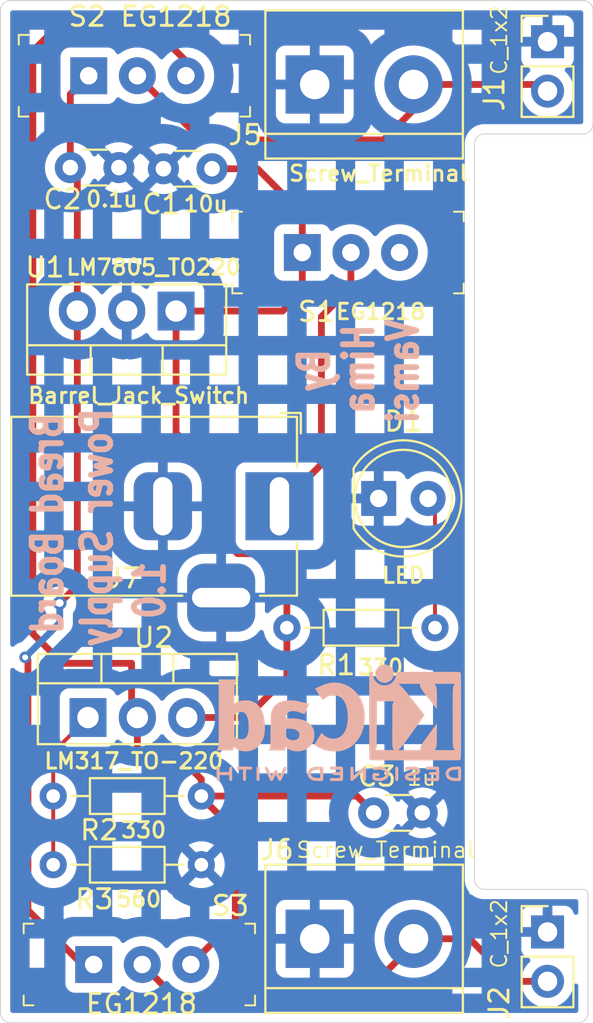
<source format=kicad_pcb>
(kicad_pcb (version 20240108) (generator "pcbnew") (generator_version "8.0")
  (layers (0 "F.Cu" signal) (31 "B.Cu" signal) (34 "B.Paste" user) (35 "F.Paste" user) (36 "B.SilkS" user "B.Silkscreen") (37 "F.SilkS" user "F.Silkscreen") (38 "B.Mask" user) (39 "F.Mask" user) (44 "Edge.Cuts" user))
  (net 0 "")
  (net 1 "GND")
  (net 2 "/12V")
  (net 3 "/5V")
  (net 4 "/3.3V")
  (net 5 "Net-(D1-A)")
  (net 6 "/Power_Op_Top")
  (net 7 "/Power_ip")
  (net 8 "Net-(U2-ADJ)")
  (net 10 "/Power_Op_Bottom")
  (footprint "digikey-footprints:Switch_Slide_11.6x4mm_EG1218" (layer "F.Cu") (at 143.844 124.206)
    (property "Reference" "S3" (at 7.032 -3.02 0) (layer "F.SilkS"))
    (property "Value" "EG1218" (at 2.46 2.032 0) (layer "F.SilkS"))
    (pad "1" thru_hole rect (at 0 0) (size 1.9 1.9) (drill 0.9) (layers "*.Cu" "*.Mask") (net 3 "/5V"))
    (pad "2" thru_hole circle (at 2.5 0) (size 1.9 1.9) (drill 0.9) (layers "*.Cu" "*.Mask") (net 10 "/Power_Op_Bottom"))
    (pad "3" thru_hole circle (at 5 0) (size 1.9 1.9) (drill 0.9) (layers "*.Cu" "*.Mask") (net 4 "/3.3V"))
  )
  (footprint "LED_THT:LED_D5.0mm" (layer "F.Cu") (at 158.507 100.23)
    (property "Reference" "D1" (at 1.27 -3.96 0) (layer "F.SilkS"))
    (property "Value" "LED" (at 1.27 3.96 0) (layer "F.SilkS") (effects (font (size 0.8 0.8))))
    (pad "1" thru_hole rect (at 0 0) (size 1.8 1.8) (drill 0.9) (layers "*.Cu" "*.Mask") (net 1 "GND"))
    (pad "2" thru_hole circle (at 2.54 0) (size 1.8 1.8) (drill 0.9) (layers "*.Cu" "*.Mask") (net 5 "Net-(D1-A)"))
  )
  (footprint "Package_TO_SOT_THT:TO-220-3_Vertical" (layer "F.Cu") (at 143.552 111.5)
    (property "Reference" "U2" (at 3.372 -4.112 0) (layer "F.SilkS"))
    (property "Value" "LM317_TO-220" (at 2.356 2.238 0) (layer "F.SilkS") (effects (font (size 0.8 0.8))))
    (pad "1" thru_hole rect (at 0 0) (size 1.905 2) (drill 1.1) (layers "*.Cu" "*.Mask") (net 8 "Net-(U2-ADJ)"))
    (pad "2" thru_hole oval (at 2.54 0) (size 1.905 2) (drill 1.1) (layers "*.Cu" "*.Mask") (net 4 "/3.3V"))
    (pad "3" thru_hole oval (at 5.08 0) (size 1.905 2) (drill 1.1) (layers "*.Cu" "*.Mask") (net 2 "/12V"))
  )
  (footprint "Connector_BarrelJack:BarrelJack_Horizontal" (layer "F.Cu") (at 153.402 100.6325)
    (property "Reference" "J7" (at -8.002 3.7075 0) (layer "F.SilkS"))
    (property "Value" "Barrel_Jack_Switch" (at -7.24 -5.6905 0) (layer "F.SilkS") (effects (font (size 0.8 0.8))))
    (pad "1" thru_hole rect (at 0 0) (size 3.5 3.5) (drill oval 1 3) (layers "*.Cu" "*.Mask") (net 7 "/Power_ip"))
    (pad "2" thru_hole roundrect (at -6 0) (size 3 3.5) (drill oval 1 3) (layers "*.Cu" "*.Mask") (net 1 "GND"))
    (pad "3" thru_hole roundrect (at -3 4.7) (size 3.5 3.5) (drill oval 3 1) (layers "*.Cu" "*.Mask") (net 1 "GND"))
  )
  (footprint "TerminalBlock:TerminalBlock_bornier-2_P5.08mm" (layer "F.Cu") (at 155.217 78.935)
    (property "Reference" "J5" (at -3.579 2.599 180) (layer "F.SilkS"))
    (property "Value" "Screw_Terminal" (at 3.279 4.577 0) (layer "F.SilkS") (effects (font (size 0.8 0.8))))
    (pad "1" thru_hole rect (at 0 0) (size 3 3) (drill 1.52) (layers "*.Cu" "*.Mask") (net 1 "GND"))
    (pad "2" thru_hole circle (at 5.08 0) (size 3 3) (drill 1.52) (layers "*.Cu" "*.Mask") (net 6 "/Power_Op_Top"))
  )
  (footprint "Resistor_THT:R_Axial_DIN0204_L3.6mm_D1.6mm_P7.62mm_Horizontal" (layer "F.Cu") (at 149.382 119.072 180)
    (property "Reference" "R3" (at 5.506 -1.778 0) (layer "F.SilkS"))
    (property "Value" "560" (at 3.22 -1.778 0) (layer "F.SilkS") (effects (font (size 0.8 0.8))))
    (pad "1" thru_hole circle (at 0 0 180) (size 1.4 1.4) (drill 0.7) (layers "*.Cu" "*.Mask") (net 1 "GND"))
    (pad "2" thru_hole oval (at 7.62 0 180) (size 1.4 1.4) (drill 0.7) (layers "*.Cu" "*.Mask") (net 8 "Net-(U2-ADJ)"))
  )
  (footprint "Connector_PinHeader_2.54mm:PinHeader_1x02_P2.54mm_Vertical" (layer "F.Cu") (at 167.192 76.735)
    (property "Reference" "J1" (at -2.742 2.713 90) (layer "F.SilkS"))
    (property "Value" "C_1x2" (at -2.488 -0.081 90) (layer "F.SilkS") (effects (font (size 0.8 0.8) (thickness 0.1))))
    (pad "1" thru_hole rect (at 0 0) (size 1.7 1.7) (drill 1) (layers "*.Cu" "*.Mask") (net 1 "GND"))
    (pad "2" thru_hole oval (at 0 2.54) (size 1.7 1.7) (drill 1) (layers "*.Cu" "*.Mask") (net 6 "/Power_Op_Top"))
  )
  (footprint "Connector_PinHeader_2.54mm:PinHeader_1x02_P2.54mm_Vertical" (layer "F.Cu") (at 167.192 122.532)
    (property "Reference" "J2" (at -2.488 3.652 90) (layer "F.SilkS"))
    (property "Value" "C_1x2" (at -2.488 0.096 90) (layer "F.SilkS") (effects (font (size 0.8 0.8) (thickness 0.1))))
    (pad "1" thru_hole rect (at 0 0) (size 1.7 1.7) (drill 1) (layers "*.Cu" "*.Mask") (net 1 "GND"))
    (pad "2" thru_hole oval (at 0 2.54) (size 1.7 1.7) (drill 1) (layers "*.Cu" "*.Mask") (net 10 "/Power_Op_Bottom"))
  )
  (footprint "Resistor_THT:R_Axial_DIN0204_L3.6mm_D1.6mm_P7.62mm_Horizontal" (layer "F.Cu") (at 141.762 115.54)
    (property "Reference" "R2" (at 2.368 1.754 0) (layer "F.SilkS"))
    (property "Value" "330" (at 4.654 1.754 0) (layer "F.SilkS") (effects (font (size 0.8 0.8))))
    (pad "1" thru_hole circle (at 0 0) (size 1.4 1.4) (drill 0.7) (layers "*.Cu" "*.Mask") (net 8 "Net-(U2-ADJ)"))
    (pad "2" thru_hole oval (at 7.62 0) (size 1.4 1.4) (drill 0.7) (layers "*.Cu" "*.Mask") (net 4 "/3.3V"))
  )
  (footprint "TerminalBlock:TerminalBlock_bornier-2_P5.08mm" (layer "F.Cu") (at 155.217 122.882)
    (property "Reference" "J6" (at -1.943 -4.572 0) (layer "F.SilkS"))
    (property "Value" "Screw_Terminal" (at 3.645 -4.572 0) (layer "F.SilkS") (effects (font (size 0.8 0.8) (thickness 0.1))))
    (pad "1" thru_hole rect (at 0 0) (size 3 3) (drill 1.52) (layers "*.Cu" "*.Mask") (net 1 "GND"))
    (pad "2" thru_hole circle (at 5.08 0) (size 3 3) (drill 1.52) (layers "*.Cu" "*.Mask") (net 10 "/Power_Op_Bottom"))
  )
  (footprint "Package_TO_SOT_THT:TO-220-3_Vertical" (layer "F.Cu") (at 148.082 90.59 180)
    (property "Reference" "U1" (at 6.746 2.252 0) (layer "F.SilkS"))
    (property "Value" "LM7805_TO220" (at 1.158 2.252 0) (layer "F.SilkS") (effects (font (size 0.8 0.8))))
    (pad "1" thru_hole rect (at 0 0 180) (size 1.905 2) (drill 1.1) (layers "*.Cu" "*.Mask") (net 2 "/12V"))
    (pad "2" thru_hole oval (at 2.54 0 180) (size 1.905 2) (drill 1.1) (layers "*.Cu" "*.Mask") (net 1 "GND"))
    (pad "3" thru_hole oval (at 5.08 0 180) (size 1.905 2) (drill 1.1) (layers "*.Cu" "*.Mask") (net 3 "/5V"))
  )
  (footprint "digikey-footprints:Switch_Slide_11.6x4mm_EG1218" (layer "F.Cu") (at 154.577 87.58)
    (property "Reference" "S1" (at 0.729 3.044 0) (layer "F.SilkS"))
    (property "Value" "EG1218" (at 4.031 3.044 0) (layer "F.SilkS") (effects (font (size 0.8 0.8))))
    (pad "1" thru_hole rect (at 0 0) (size 1.9 1.9) (drill 0.9) (layers "*.Cu" "*.Mask") (net 2 "/12V"))
    (pad "2" thru_hole circle (at 2.5 0) (size 1.9 1.9) (drill 0.9) (layers "*.Cu" "*.Mask") (net 7 "/Power_ip"))
    (pad "3" thru_hole circle (at 5 0) (size 1.9 1.9) (drill 0.9) (layers "*.Cu" "*.Mask"))
  )
  (footprint "Resistor_THT:R_Axial_DIN0204_L3.6mm_D1.6mm_P7.62mm_Horizontal" (layer "F.Cu") (at 161.402 106.88 180)
    (property "Reference" "R1" (at 5.08 -1.92 0) (layer "F.SilkS"))
    (property "Value" "330" (at 2.794 -2.032 0) (layer "F.SilkS") (effects (font (size 0.8 0.8))))
    (pad "1" thru_hole circle (at 0 0 180) (size 1.4 1.4) (drill 0.7) (layers "*.Cu" "*.Mask") (net 5 "Net-(D1-A)"))
    (pad "2" thru_hole oval (at 7.62 0 180) (size 1.4 1.4) (drill 0.7) (layers "*.Cu" "*.Mask") (net 2 "/12V"))
  )
  (footprint "digikey-footprints:Switch_Slide_11.6x4mm_EG1218" (layer "F.Cu") (at 143.59 78.486)
    (property "Reference" "S2" (at -0.08 -3.048 0) (layer "F.SilkS"))
    (property "Value" "EG1218" (at 4.492 -3.048 0) (layer "F.SilkS"))
    (pad "1" thru_hole rect (at 0 0) (size 1.9 1.9) (drill 0.9) (layers "*.Cu" "*.Mask") (net 3 "/5V"))
    (pad "2" thru_hole circle (at 2.5 0) (size 1.9 1.9) (drill 0.9) (layers "*.Cu" "*.Mask") (net 6 "/Power_Op_Top"))
    (pad "3" thru_hole circle (at 5 0) (size 1.9 1.9) (drill 0.9) (layers "*.Cu" "*.Mask") (net 4 "/3.3V"))
  )
  (footprint "Capacitor_THT:C_Disc_D3.0mm_W1.6mm_P2.50mm" (layer "F.Cu") (at 149.932 83.27 180)
    (property "Reference" "C1" (at 2.612 -1.82 0) (layer "F.SilkS"))
    (property "Value" "10u" (at 0.326 -1.82 0) (layer "F.SilkS") (effects (font (size 0.8 0.8))))
    (pad "1" thru_hole circle (at 0 0 180) (size 1.6 1.6) (drill 0.8) (layers "*.Cu" "*.Mask") (net 2 "/12V"))
    (pad "2" thru_hole circle (at 2.5 0 180) (size 1.6 1.6) (drill 0.8) (layers "*.Cu" "*.Mask") (net 1 "GND"))
  )
  (footprint "Capacitor_THT:C_Disc_D3.0mm_W1.6mm_P2.50mm" (layer "F.Cu") (at 142.642 83.21)
    (property "Reference" "C2" (at -0.402 1.626 0) (layer "F.SilkS"))
    (property "Value" "0.1u" (at 2.138 1.626 0) (layer "F.SilkS") (effects (font (size 0.8 0.8))))
    (pad "1" thru_hole circle (at 0 0) (size 1.6 1.6) (drill 0.8) (layers "*.Cu" "*.Mask") (net 3 "/5V"))
    (pad "2" thru_hole circle (at 2.5 0) (size 1.6 1.6) (drill 0.8) (layers "*.Cu" "*.Mask") (net 1 "GND"))
  )
  (footprint "Capacitor_THT:C_Disc_D3.0mm_W1.6mm_P2.50mm" (layer "F.Cu") (at 158.247 116.405)
    (property "Reference" "C3" (at 0.165 -1.875 0) (layer "F.SilkS"))
    (property "Value" "1u" (at 2.465 -1.805 0) (layer "F.SilkS") (effects (font (size 0.8 0.8) (thickness 0.1))))
    (pad "1" thru_hole circle (at 0 0) (size 1.6 1.6) (drill 0.8) (layers "*.Cu" "*.Mask") (net 4 "/3.3V"))
    (pad "2" thru_hole circle (at 2.5 0) (size 1.6 1.6) (drill 0.8) (layers "*.Cu" "*.Mask") (net 1 "GND"))
  )
  (footprint "Symbol:KiCad-Logo2_5mm_SilkScreen" (layer "B.Cu") (at 156.464 111.76 180)
    (property "Reference" "REF**" (hide yes))
    (property "Value" "KiCad-Logo2_5mm_SilkScreen" (hide yes))
  )
  (gr_line (start 163.942 81.48) (end 169.022 81.48) (stroke (width 0.05)) (layer "Edge.Cuts"))
  (gr_line (start 168.768 74.622) (end 139.558 74.622) (stroke (width 0.05)) (layer "Edge.Cuts"))
  (gr_line (start 169.022 74.622) (end 168.768 74.622) (stroke (width 0.05)) (layer "Edge.Cuts"))
  (gr_arc (start 169.276 126.692) (mid 169.12721 127.05121) (end 168.768 127.2) (stroke (width 0.05)) (layer "Edge.Cuts"))
  (gr_arc (start 163.434 81.988) (mid 163.58279 81.62879) (end 163.942 81.48) (stroke (width 0.05)) (layer "Edge.Cuts"))
  (gr_arc (start 139.558 127.2) (mid 139.19879 127.05121) (end 139.05 126.692) (stroke (width 0.05)) (layer "Edge.Cuts"))
  (gr_line (start 169.53 80.972) (end 169.53 75.13) (stroke (width 0.05)) (layer "Edge.Cuts"))
  (gr_arc (start 139.05 75.13) (mid 139.19879 74.77079) (end 139.558 74.622) (stroke (width 0.05)) (layer "Edge.Cuts"))
  (gr_arc (start 169.53 80.972) (mid 169.38121 81.33121) (end 169.022 81.48) (stroke (width 0.05)) (layer "Edge.Cuts"))
  (gr_arc (start 169.022 74.622) (mid 169.38121 74.77079) (end 169.53 75.13) (stroke (width 0.05)) (layer "Edge.Cuts"))
  (gr_line (start 163.434 119.834) (end 163.434 81.988) (stroke (width 0.05)) (layer "Edge.Cuts"))
  (gr_line (start 169.022 120.342) (end 163.942 120.342) (stroke (width 0.05)) (layer "Edge.Cuts"))
  (gr_line (start 139.05 75.13) (end 139.05 126.692) (stroke (width 0.05)) (layer "Edge.Cuts"))
  (gr_line (start 169.276 126.692) (end 169.276 120.596) (stroke (width 0.05)) (layer "Edge.Cuts"))
  (gr_line (start 139.558 127.2) (end 168.768 127.2) (stroke (width 0.05)) (layer "Edge.Cuts"))
  (gr_arc (start 163.942 120.342) (mid 163.58279 120.19321) (end 163.434 119.834) (stroke (width 0.05)) (layer "Edge.Cuts"))
  (gr_arc (start 169.022 120.342) (mid 169.201605 120.416395) (end 169.276 120.596) (stroke (width 0.05)) (layer "Edge.Cuts"))
  (gr_text "1.0" (at 147.612 103.33 90) (layer "B.SilkS") (effects (font (size 1.5 1.2) (thickness 0.3) (bold yes)) (justify left bottom mirror)))
  (gr_text "Bread Board " (at 142.352 95.704 90) (layer "B.SilkS") (effects (font (size 1.5 1.2) (thickness 0.3) (bold yes)) (justify left bottom mirror)))
  (gr_text "Vamsi" (at 160.64 90.878 90) (layer "B.SilkS") (effects (font (size 1.5 1.2) (thickness 0.3) (bold yes)) (justify left bottom mirror)))
  (gr_text "Hima" (at 158.354 91.132 90) (layer "B.SilkS") (effects (font (size 1.5 1.2) (thickness 0.3) (bold yes)) (justify left bottom mirror)))
  (gr_text "Power Supply" (at 144.892 95.45 90) (layer "B.SilkS") (effects (font (size 1.5 1.2) (thickness 0.3) (bold yes)) (justify left bottom mirror)))
  (gr_text "By " (at 156.068 92.402 90) (layer "B.SilkS") (effects (font (size 1.5 1.2) (thickness 0.3) (bold yes)) (justify left bottom mirror)))
  (segment (start 152.258 103.07) (end 153.782 104.594) (width 0.35) (layer "F.Cu") (net 2))
  (segment (start 153.562 90.59) (end 154.577 89.575) (width 0.35) (layer "F.Cu") (net 2))
  (segment (start 148.082 90.59) (end 153.562 90.59) (width 0.35) (layer "F.Cu") (net 2))
  (segment (start 153.782 109.42) (end 153.782 106.88) (width 0.35) (layer "F.Cu") (net 2))
  (segment (start 154.577 89.575) (end 154.577 87.58) (width 0.35) (layer "F.Cu") (net 2))
  (segment (start 151.702 111.5) (end 153.782 109.42) (width 0.35) (layer "F.Cu") (net 2))
  (segment (start 153.782 104.594) (end 153.782 106.88) (width 0.35) (layer "F.Cu") (net 2))
  (segment (start 151.242 103.07) (end 152.258 103.07) (width 0.35) (layer "F.Cu") (net 2))
  (segment (start 149.932 83.27) (end 152.27 83.27) (width 0.35) (layer "F.Cu") (net 2))
  (segment (start 150.734 102.562) (end 151.242 103.07) (width 0.35) (layer "F.Cu") (net 2))
  (segment (start 154.577 85.577) (end 154.577 87.58) (width 0.35) (layer "F.Cu") (net 2))
  (segment (start 148.082 96.862) (end 150.226 99.006) (width 0.35) (layer "F.Cu") (net 2))
  (segment (start 150.226 102.562) (end 150.734 102.562) (width 0.35) (layer "F.Cu") (net 2))
  (segment (start 150.226 99.006) (end 150.226 102.562) (width 0.35) (layer "F.Cu") (net 2))
  (segment (start 148.082 90.59) (end 148.082 96.862) (width 0.35) (layer "F.Cu") (net 2))
  (segment (start 152.27 83.27) (end 154.577 85.577) (width 0.35) (layer "F.Cu") (net 2))
  (segment (start 148.632 111.5) (end 151.702 111.5) (width 0.35) (layer "F.Cu") (net 2))
  (segment (start 143.256 124.206) (end 140.462 121.412) (width 0.35) (layer "F.Cu") (net 3))
  (segment (start 143.002 90.59) (end 143.002 104.706) (width 0.35) (layer "F.Cu") (net 3))
  (segment (start 143.59 78.486) (end 142.642 79.434) (width 0.35) (layer "F.Cu") (net 3))
  (segment (start 143.002 83.57) (end 143.002 90.59) (width 0.35) (layer "F.Cu") (net 3))
  (segment (start 143.844 124.206) (end 143.256 124.206) (width 0.35) (layer "F.Cu") (net 3))
  (segment (start 142.642 83.21) (end 143.002 83.57) (width 0.35) (layer "F.Cu") (net 3))
  (segment (start 143.002 104.706) (end 142.098 105.61) (width 0.35) (layer "F.Cu") (net 3))
  (segment (start 140.462 108.546) (end 140.32 108.404) (width 0.35) (layer "F.Cu") (net 3))
  (segment (start 140.462 121.412) (end 140.462 108.546) (width 0.35) (layer "F.Cu") (net 3))
  (segment (start 142.642 79.434) (end 142.642 83.21) (width 0.35) (layer "F.Cu") (net 3))
  (via (at 140.32 108.404) (size 0.6) (drill 0.3) (layers "F.Cu" "B.Cu") (net 3))
  (via (at 142.098 105.61) (size 0.7) (drill 0.4) (layers "F.Cu" "B.Cu") (net 3))
  (segment (start 142.098 105.61) (end 142.098 106.626) (width 0.35) (layer "B.Cu") (net 3))
  (segment (start 142.098 106.626) (end 140.32 108.404) (width 0.35) (layer "B.Cu") (net 3))
  (segment (start 151.13 117.348) (end 149.382 115.6) (width 0.35) (layer "F.Cu") (net 4))
  (segment (start 149.382 115.54) (end 157.382 115.54) (width 0.35) (layer "F.Cu") (net 4))
  (segment (start 149.382 115.54) (end 149.382 114.672) (width 0.35) (layer "F.Cu") (net 4))
  (segment (start 148.59 77.724) (end 148.59 78.486) (width 0.35) (layer "F.Cu") (net 4))
  (segment (start 148.844 124.206) (end 151.13 121.92) (width 0.35) (layer "F.Cu") (net 4))
  (segment (start 146.092 111.5) (end 145.796 111.204) (width 0.35) (layer "F.Cu") (net 4))
  (segment (start 146.416 113.484) (end 146.092 113.16) (width 0.35) (layer "F.Cu") (net 4))
  (segment (start 140.716 107.188) (end 140.716 77.216) (width 0.35) (layer "F.Cu") (net 4))
  (segment (start 149.382 115.6) (end 149.382 115.54) (width 0.35) (layer "F.Cu") (net 4))
  (segment (start 146.812 75.946) (end 148.59 77.724) (width 0.35) (layer "F.Cu") (net 4))
  (segment (start 145.796 108.712) (end 142.24 108.712) (width 0.35) (layer "F.Cu") (net 4))
  (segment (start 141.986 75.946) (end 146.812 75.946) (width 0.35) (layer "F.Cu") (net 4))
  (segment (start 157.382 115.54) (end 158.247 116.405) (width 0.35) (layer "F.Cu") (net 4))
  (segment (start 149.382 114.672) (end 148.194 113.484) (width 0.35) (layer "F.Cu") (net 4))
  (segment (start 145.796 111.204) (end 145.796 108.712) (width 0.35) (layer "F.Cu") (net 4))
  (segment (start 146.092 113.16) (end 146.092 111.5) (width 0.35) (layer "F.Cu") (net 4))
  (segment (start 151.13 121.92) (end 151.13 117.348) (width 0.35) (layer "F.Cu") (net 4))
  (segment (start 148.194 113.484) (end 146.416 113.484) (width 0.35) (layer "F.Cu") (net 4))
  (segment (start 140.716 77.216) (end 141.986 75.946) (width 0.35) (layer "F.Cu") (net 4))
  (segment (start 145.654 111.062) (end 146.092 111.5) (width 0.35) (layer "F.Cu") (net 4))
  (segment (start 142.24 108.712) (end 140.716 107.188) (width 0.35) (layer "F.Cu") (net 4))
  (segment (start 161.047 100.23) (end 161.402 100.585) (width 0.2) (layer "F.Cu") (net 5))
  (segment (start 161.402 100.585) (end 161.402 106.88) (width 0.2) (layer "F.Cu") (net 5))
  (segment (start 166.852 78.935) (end 167.192 79.275) (width 0.35) (layer "F.Cu") (net 6))
  (segment (start 160.297 80.241) (end 160.297 78.935) (width 0.35) (layer "F.Cu") (net 6))
  (segment (start 160.297 78.935) (end 166.852 78.935) (width 0.35) (layer "F.Cu") (net 6))
  (segment (start 149.392 81.788) (end 158.75 81.788) (width 0.35) (layer "F.Cu") (net 6))
  (segment (start 158.75 81.788) (end 160.297 80.241) (width 0.35) (layer "F.Cu") (net 6))
  (segment (start 146.09 78.486) (end 149.392 81.788) (width 0.35) (layer "F.Cu") (net 6))
  (segment (start 153.402 100.6325) (end 155.56 98.4745) (width 0.35) (layer "F.Cu") (net 7))
  (segment (start 155.56 98.4745) (end 155.56 90.878) (width 0.35) (layer "F.Cu") (net 7))
  (segment (start 157.077 89.361) (end 157.077 87.58) (width 0.35) (layer "F.Cu") (net 7))
  (segment (start 155.56 90.878) (end 157.077 89.361) (width 0.35) (layer "F.Cu") (net 7))
  (segment (start 141.762 113.29) (end 143.552 111.5) (width 0.2) (layer "F.Cu") (net 8))
  (segment (start 141.762 119.072) (end 141.762 115.54) (width 0.2) (layer "F.Cu") (net 8))
  (segment (start 141.762 115.54) (end 141.762 113.29) (width 0.2) (layer "F.Cu") (net 8))
  (segment (start 148.63 126.492) (end 156.972 126.492) (width 0.35) (layer "F.Cu") (net 10))
  (segment (start 165.37 125.072) (end 167.192 125.072) (width 0.35) (layer "F.Cu") (net 10))
  (segment (start 146.344 124.206) (end 148.63 126.492) (width 0.35) (layer "F.Cu") (net 10))
  (segment (start 160.297 122.882) (end 163.18 122.882) (width 0.35) (layer "F.Cu") (net 10))
  (segment (start 160.297 123.167) (end 160.297 122.882) (width 0.35) (layer "F.Cu") (net 10))
  (segment (start 163.18 122.882) (end 165.37 125.072) (width 0.35) (layer "F.Cu") (net 10))
  (segment (start 156.972 126.492) (end 160.297 123.167) (width 0.35) (layer "F.Cu") (net 10))
  (segment (start 160.297 123.987) (end 160.297 122.882) (width 0.35) (layer "F.Cu") (net 10))
  (zone (net 1) (net_name "GND") (layer "B.Cu") (connect_pads (clearance 0.5)) (min_thickness 0.25) (fill yes (mode hatch) (thermal_gap 0.5) (thermal_bridge_width 0.5) (hatch_thickness 1) (hatch_gap 1.5) (hatch_orientation 0) (hatch_border_algorithm hatch_thickness) (hatch_min_hole_area 0.3))
    (polygon (pts (xy 139.304 74.876) (xy 139.304 126.692) (xy 139.558 126.946) (xy 169.022 126.946) (xy 169.022 120.596) (xy 163.18 120.596) (xy 163.18 81.734) (xy 163.688 81.226) (xy 169.022 81.226) (xy 169.276 80.972) (xy 169.276 74.876)))
  )
)
</source>
